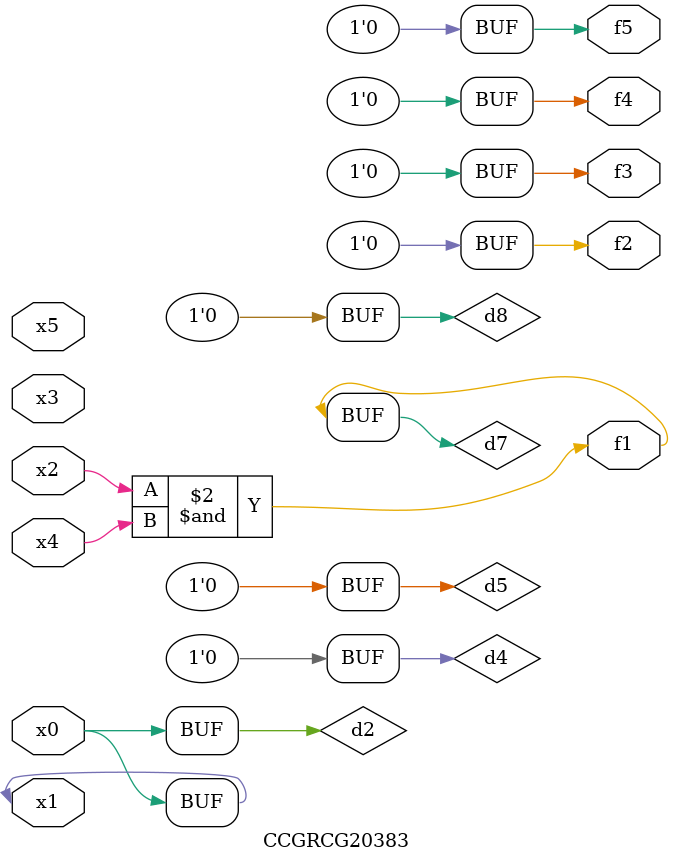
<source format=v>
module CCGRCG20383(
	input x0, x1, x2, x3, x4, x5,
	output f1, f2, f3, f4, f5
);

	wire d1, d2, d3, d4, d5, d6, d7, d8, d9;

	nand (d1, x1);
	buf (d2, x0, x1);
	nand (d3, x2, x4);
	and (d4, d1, d2);
	and (d5, d1, d2);
	nand (d6, d1, d3);
	not (d7, d3);
	xor (d8, d5);
	nor (d9, d5, d6);
	assign f1 = d7;
	assign f2 = d8;
	assign f3 = d8;
	assign f4 = d8;
	assign f5 = d8;
endmodule

</source>
